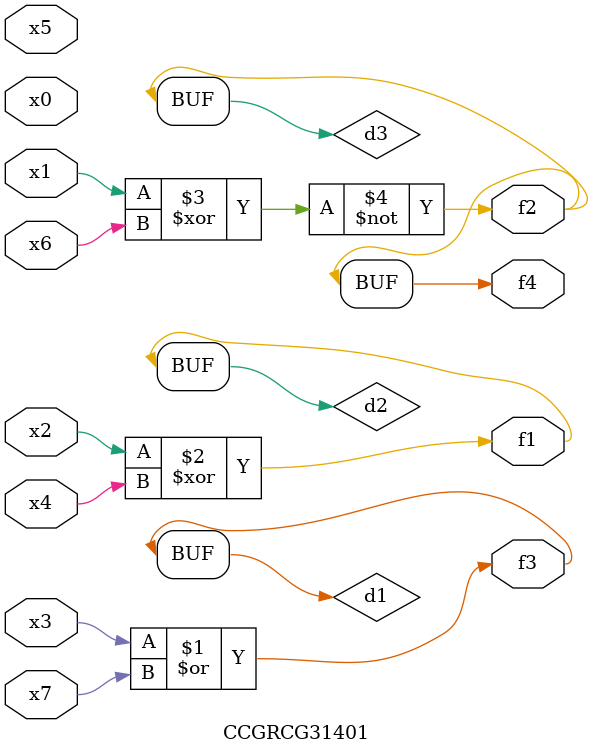
<source format=v>
module CCGRCG31401(
	input x0, x1, x2, x3, x4, x5, x6, x7,
	output f1, f2, f3, f4
);

	wire d1, d2, d3;

	or (d1, x3, x7);
	xor (d2, x2, x4);
	xnor (d3, x1, x6);
	assign f1 = d2;
	assign f2 = d3;
	assign f3 = d1;
	assign f4 = d3;
endmodule

</source>
